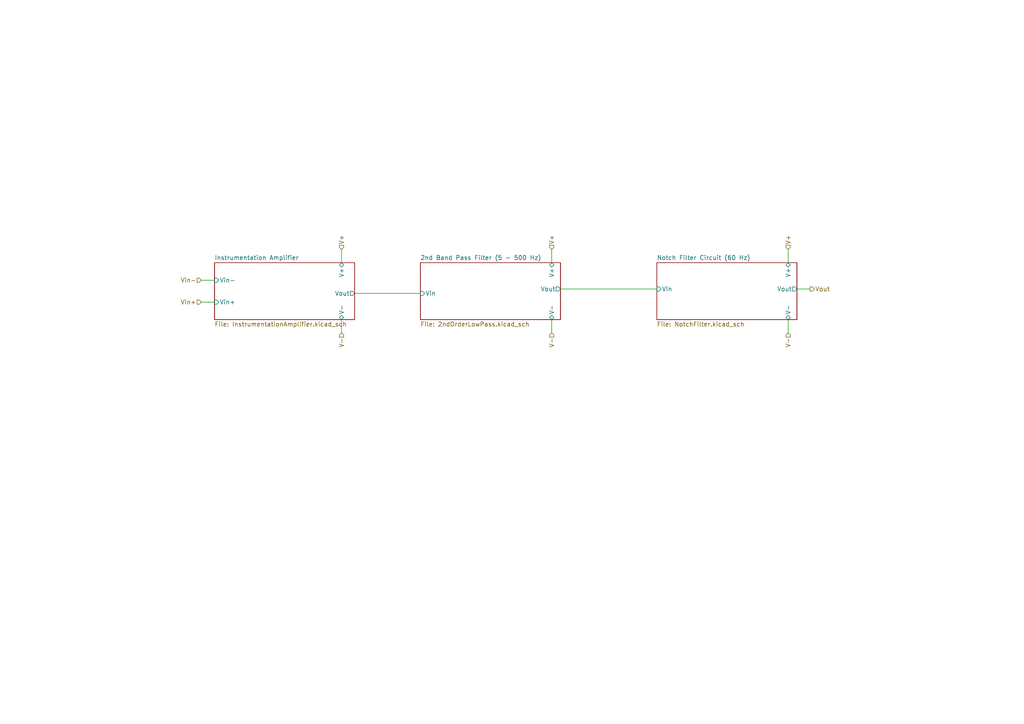
<source format=kicad_sch>
(kicad_sch (version 20230121) (generator eeschema)
  (paper "A4")
  (lib_symbols)
  (wire (pts (xy 231.14 83.82) (xy 234.95 83.82)))
  (wire (pts (xy 58.42 87.63) (xy 62.23 87.63)))
  (wire (pts (xy 102.87 85.09) (xy 121.92 85.09)))
  (wire (pts (xy 99.06 72.39) (xy 99.06 76.2)))
  (wire (pts (xy 228.6 92.71) (xy 228.6 96.52)))
  (wire (pts (xy 99.06 92.71) (xy 99.06 96.52)))
  (wire (pts (xy 58.42 81.28) (xy 62.23 81.28)))
  (wire (pts (xy 228.6 72.39) (xy 228.6 76.2)))
  (wire (pts (xy 160.02 92.71) (xy 160.02 96.52)))
  (wire (pts (xy 160.02 72.39) (xy 160.02 76.2)))
  (wire (pts (xy 162.56 83.82) (xy 190.5 83.82)))
  (hierarchical_label "V-" (shape input) (at 228.6 96.52 270))
  (hierarchical_label "V-" (shape input) (at 99.06 96.52 270))
  (hierarchical_label "V-" (shape input) (at 160.02 96.52 270))
  (hierarchical_label "Vout" (shape output) (at 234.95 83.82 0))
  (hierarchical_label "V+" (shape input) (at 160.02 72.39 90))
  (hierarchical_label "V+" (shape input) (at 99.06 72.39 90))
  (hierarchical_label "V+" (shape input) (at 228.6 72.39 90))
  (hierarchical_label "Vin-" (shape input) (at 58.42 81.28 180))
  (hierarchical_label "Vin+" (shape input) (at 58.42 87.63 180))
  (sheet (at 190.5 76.2) (size 40.64 16.51) (stroke (width 0.1524))
    (property "Sheetname" "Notch Filter Circuit (60 Hz)" (at 190.5 75.4884 0) (effects (justify left bottom)))
    (property "Sheetfile" "NotchFilter.kicad_sch" (at 190.5 93.2946 0) (effects (justify left top)))
    (pin "Vout" output (at 231.14 83.82 0))
    (pin "Vin" input (at 190.5 83.82 180))
    (pin "V-" bidirectional (at 228.6 92.71 270))
    (pin "V+" bidirectional (at 228.6 76.2 90))
  )
  (sheet (at 121.92 76.2) (size 40.64 16.51) (stroke (width 0.1524))
    (property "Sheetname" "2nd Band Pass Filter (5 - 500 Hz)" (at 121.92 75.4884 0) (effects (justify left bottom)))
    (property "Sheetfile" "2ndOrderLowPass.kicad_sch" (at 121.92 93.2946 0) (effects (justify left top)))
    (pin "Vout" output (at 162.56 83.82 0))
    (pin "Vin" input (at 121.92 85.09 180))
    (pin "V-" bidirectional (at 160.02 92.71 270))
    (pin "V+" bidirectional (at 160.02 76.2 90))
  )
  (sheet (at 62.23 76.2) (size 40.64 16.51) (stroke (width 0.1524))
    (property "Sheetname" "Instrumentation Amplifier" (at 62.23 75.4884 0) (effects (justify left bottom)))
    (property "Sheetfile" "InstrumentationAmplifier.kicad_sch" (at 62.23 93.2946 0) (effects (justify left top)))
    (pin "Vout" output (at 102.87 85.09 0))
    (pin "Vin-" input (at 62.23 81.28 180))
    (pin "Vin+" input (at 62.23 87.63 180))
    (pin "V+" bidirectional (at 99.06 76.2 90))
    (pin "V-" bidirectional (at 99.06 92.71 270))
  )
)
</source>
